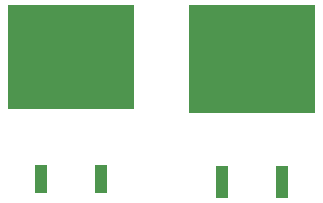
<source format=gbr>
%TF.GenerationSoftware,Altium Limited,Altium Designer,18.1.11 (251)*%
G04 Layer_Color=128*
%FSLAX45Y45*%
%MOMM*%
%TF.FileFunction,Paste,Bot*%
%TF.Part,Single*%
G01*
G75*
%TA.AperFunction,SMDPad,CuDef*%
%ADD29R,1.05000X2.40000*%
%ADD30R,10.65000X8.90000*%
%ADD31R,10.70000X9.20000*%
%ADD32R,1.10000X2.70000*%
D29*
X3454400Y4399941D02*
D03*
X2946400D02*
D03*
D30*
X3200400Y5434940D02*
D03*
D31*
X4737100Y5419940D02*
D03*
D32*
X4483100Y4374943D02*
D03*
X4991100D02*
D03*
%TF.MD5,ebe9a08dc8e3ea7c0f405ac2b64f60fa*%
M02*

</source>
